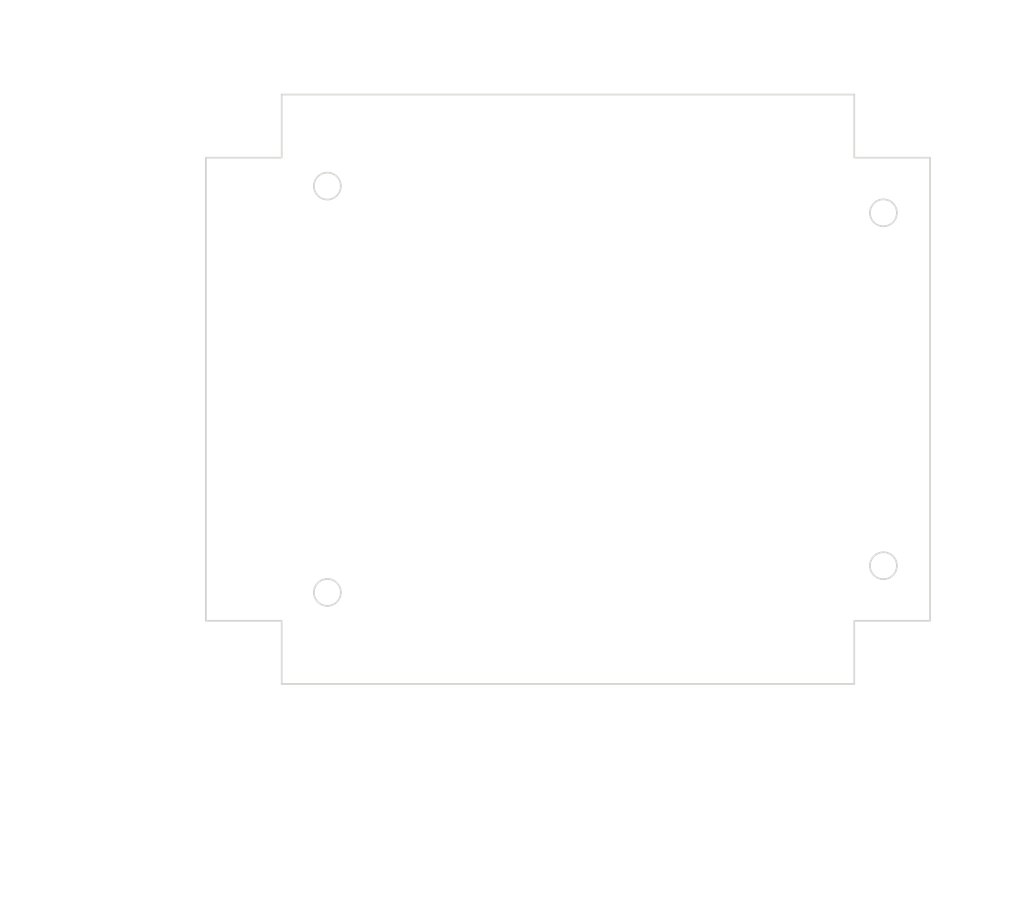
<source format=kicad_pcb>
(kicad_pcb (version 20171130) (host pcbnew "(5.1.0)-1")

  (general
    (thickness 1.6)
    (drawings 69)
    (tracks 0)
    (zones 0)
    (modules 0)
    (nets 1)
  )

  (page A4)
  (layers
    (0 F.Cu signal)
    (31 B.Cu signal)
    (32 B.Adhes user)
    (33 F.Adhes user)
    (34 B.Paste user)
    (35 F.Paste user)
    (36 B.SilkS user)
    (37 F.SilkS user)
    (38 B.Mask user)
    (39 F.Mask user)
    (40 Dwgs.User user)
    (41 Cmts.User user)
    (42 Eco1.User user)
    (43 Eco2.User user)
    (44 Edge.Cuts user)
    (45 Margin user)
    (46 B.CrtYd user)
    (47 F.CrtYd user)
    (48 B.Fab user)
    (49 F.Fab user)
  )

  (setup
    (last_trace_width 0.25)
    (trace_clearance 0.2)
    (zone_clearance 0.508)
    (zone_45_only no)
    (trace_min 0.2)
    (via_size 0.8)
    (via_drill 0.4)
    (via_min_size 0.4)
    (via_min_drill 0.3)
    (uvia_size 0.3)
    (uvia_drill 0.1)
    (uvias_allowed no)
    (uvia_min_size 0.2)
    (uvia_min_drill 0.1)
    (edge_width 0.05)
    (segment_width 0.2)
    (pcb_text_width 0.3)
    (pcb_text_size 1.5 1.5)
    (mod_edge_width 0.12)
    (mod_text_size 1 1)
    (mod_text_width 0.15)
    (pad_size 1.524 1.524)
    (pad_drill 0.762)
    (pad_to_mask_clearance 0.051)
    (solder_mask_min_width 0.25)
    (aux_axis_origin 0 0)
    (visible_elements FFFFFF7F)
    (pcbplotparams
      (layerselection 0x010fc_ffffffff)
      (usegerberextensions false)
      (usegerberattributes false)
      (usegerberadvancedattributes false)
      (creategerberjobfile false)
      (excludeedgelayer true)
      (linewidth 0.152400)
      (plotframeref false)
      (viasonmask false)
      (mode 1)
      (useauxorigin false)
      (hpglpennumber 1)
      (hpglpenspeed 20)
      (hpglpendiameter 15.000000)
      (psnegative false)
      (psa4output false)
      (plotreference true)
      (plotvalue true)
      (plotinvisibletext false)
      (padsonsilk false)
      (subtractmaskfromsilk false)
      (outputformat 1)
      (mirror false)
      (drillshape 1)
      (scaleselection 1)
      (outputdirectory ""))
  )

  (net 0 "")

  (net_class Default "This is the default net class."
    (clearance 0.2)
    (trace_width 0.25)
    (via_dia 0.8)
    (via_drill 0.4)
    (uvia_dia 0.3)
    (uvia_drill 0.1)
  )

  (gr_line (start 107.471525 119.10321) (end 116.471525 119.10321) (layer Edge.Cuts) (width 0.2))
  (gr_line (start 107.471525 64.10321) (end 107.471525 119.10321) (layer Edge.Cuts) (width 0.2))
  (gr_line (start 193.471525 119.10321) (end 193.471525 64.10321) (layer Edge.Cuts) (width 0.2))
  (gr_line (start 184.471525 119.10321) (end 193.471525 119.10321) (layer Edge.Cuts) (width 0.2))
  (gr_line (start 184.471525 126.60321) (end 184.471525 119.10321) (layer Edge.Cuts) (width 0.2))
  (gr_line (start 116.471525 126.60321) (end 184.471525 126.60321) (layer Edge.Cuts) (width 0.2))
  (gr_line (start 116.471525 119.10321) (end 116.471525 126.60321) (layer Edge.Cuts) (width 0.2))
  (gr_circle (center 121.896525 115.73321) (end 123.496525 115.73321) (layer Edge.Cuts) (width 0.2))
  (gr_circle (center 187.936525 112.55821) (end 189.536525 112.55821) (layer Edge.Cuts) (width 0.2))
  (gr_line (start 107.471525 64.10321) (end 116.471525 64.10321) (layer Edge.Cuts) (width 0.2))
  (gr_line (start 184.471525 64.10321) (end 193.471525 64.10321) (layer Edge.Cuts) (width 0.2))
  (gr_line (start 184.471525 56.60321) (end 184.471525 64.10321) (layer Edge.Cuts) (width 0.2))
  (gr_line (start 116.471525 56.60321) (end 184.471525 56.60321) (layer Edge.Cuts) (width 0.2))
  (gr_line (start 116.471525 64.10321) (end 116.471525 56.60321) (layer Edge.Cuts) (width 0.2))
  (gr_circle (center 121.896525 67.47321) (end 123.496525 67.47321) (layer Edge.Cuts) (width 0.2))
  (gr_circle (center 187.936525 70.64821) (end 189.536525 70.64821) (layer Edge.Cuts) (width 0.2))
  (gr_text [.55] (at 199.723254 65.511692) (layer Dwgs.User)
    (effects (font (size 1.7 1.53) (thickness 0.2125)))
  )
  (gr_text " 14.05" (at 199.723254 61.957735) (layer Dwgs.User)
    (effects (font (size 1.7 1.53) (thickness 0.2125)))
  )
  (gr_line (start 199.723254 68.64821) (end 199.723254 67.179666) (layer Dwgs.User) (width 0.2))
  (gr_line (start 199.723254 58.60321) (end 199.723254 60.071753) (layer Dwgs.User) (width 0.2))
  (gr_line (start 188.936525 70.64821) (end 202.898254 70.64821) (layer Dwgs.User) (width 0.2))
  (gr_line (start 185.471525 56.60321) (end 202.898254 56.60321) (layer Dwgs.User) (width 0.2))
  (gr_text [.22] (at 201.336959 53.475947) (layer Dwgs.User)
    (effects (font (size 1.7 1.53) (thickness 0.2125)))
  )
  (gr_text " 5.54" (at 201.336959 49.921991) (layer Dwgs.User)
    (effects (font (size 1.7 1.53) (thickness 0.2125)))
  )
  (gr_line (start 195.471525 51.586486) (end 197.95333 51.586486) (layer Dwgs.User) (width 0.2))
  (gr_line (start 185.936525 51.586486) (end 183.936525 51.586486) (layer Dwgs.User) (width 0.2))
  (gr_line (start 187.936525 69.64821) (end 187.936525 48.411486) (layer Dwgs.User) (width 0.2))
  (gr_line (start 193.471525 63.10321) (end 193.471525 48.411486) (layer Dwgs.User) (width 0.2))
  (gr_text [2.17] (at 92.978921 92.615538) (layer Dwgs.User)
    (effects (font (size 1.7 1.53) (thickness 0.2125)))
  )
  (gr_text " 55.00" (at 92.978921 89.058102) (layer Dwgs.User)
    (effects (font (size 1.7 1.53) (thickness 0.2125)))
  )
  (gr_line (start 92.978921 117.10321) (end 92.978921 94.283512) (layer Dwgs.User) (width 0.2))
  (gr_line (start 92.978921 66.10321) (end 92.978921 87.168641) (layer Dwgs.User) (width 0.2))
  (gr_line (start 106.471525 119.10321) (end 89.803921 119.10321) (layer Dwgs.User) (width 0.2))
  (gr_line (start 106.471525 64.10321) (end 89.803921 64.10321) (layer Dwgs.User) (width 0.2))
  (gr_text [2.68] (at 150.471525 143.170842) (layer Dwgs.User)
    (effects (font (size 1.7 1.53) (thickness 0.2125)))
  )
  (gr_text " 68.00" (at 150.471525 139.613407) (layer Dwgs.User)
    (effects (font (size 1.7 1.53) (thickness 0.2125)))
  )
  (gr_line (start 182.471525 141.281381) (end 154.516136 141.281381) (layer Dwgs.User) (width 0.2))
  (gr_line (start 118.471525 141.281381) (end 146.426913 141.281381) (layer Dwgs.User) (width 0.2))
  (gr_line (start 184.471525 127.60321) (end 184.471525 144.456381) (layer Dwgs.User) (width 0.2))
  (gr_line (start 116.471525 127.60321) (end 116.471525 144.456381) (layer Dwgs.User) (width 0.2))
  (gr_text [2.60] (at 158.556825 50.537671) (layer Dwgs.User)
    (effects (font (size 1.7 1.53) (thickness 0.2125)))
  )
  (gr_text " 66.04" (at 158.556825 46.980235) (layer Dwgs.User)
    (effects (font (size 1.7 1.53) (thickness 0.2125)))
  )
  (gr_line (start 185.936525 48.64821) (end 162.600857 48.64821) (layer Dwgs.User) (width 0.2))
  (gr_line (start 123.896525 48.64821) (end 154.512794 48.64821) (layer Dwgs.User) (width 0.2))
  (gr_line (start 187.936525 69.64821) (end 187.936525 45.47321) (layer Dwgs.User) (width 0.2))
  (gr_line (start 121.896525 66.47321) (end 121.896525 45.47321) (layer Dwgs.User) (width 0.2))
  (gr_text [1.90] (at 101.062535 102.122051) (layer Dwgs.User)
    (effects (font (size 1.7 1.53) (thickness 0.2125)))
  )
  (gr_text 48.26 (at 101.062535 98.15368) (layer Dwgs.User)
    (effects (font (size 1.7 1.53) (thickness 0.2125)))
  )
  (gr_line (start 101.062535 69.47321) (end 101.062535 96.264219) (layer Dwgs.User) (width 0.2))
  (gr_line (start 101.062535 113.73321) (end 101.062535 104.20096) (layer Dwgs.User) (width 0.2))
  (gr_line (start 120.896525 67.47321) (end 97.887535 67.47321) (layer Dwgs.User) (width 0.2))
  (gr_line (start 120.896525 115.73321) (end 97.887535 115.73321) (layer Dwgs.User) (width 0.2))
  (gr_text [2.76] (at 86.752168 105.2173) (layer Dwgs.User)
    (effects (font (size 1.7 1.53) (thickness 0.2125)))
  )
  (gr_text 70.00 (at 86.752168 101.248929) (layer Dwgs.User)
    (effects (font (size 1.7 1.53) (thickness 0.2125)))
  )
  (gr_line (start 86.752168 58.60321) (end 86.752168 99.359468) (layer Dwgs.User) (width 0.2))
  (gr_line (start 86.752168 124.60321) (end 86.752168 107.296209) (layer Dwgs.User) (width 0.2))
  (gr_line (start 115.471525 56.60321) (end 83.577168 56.60321) (layer Dwgs.User) (width 0.2))
  (gr_line (start 115.471525 126.60321) (end 83.577168 126.60321) (layer Dwgs.User) (width 0.2))
  (gr_text [3.39] (at 141.95805 151.492671) (layer Dwgs.User)
    (effects (font (size 1.7 1.53) (thickness 0.2125)))
  )
  (gr_text " 86.00" (at 141.95805 147.935235) (layer Dwgs.User)
    (effects (font (size 1.7 1.53) (thickness 0.2125)))
  )
  (gr_line (start 191.471525 149.60321) (end 146.002661 149.60321) (layer Dwgs.User) (width 0.2))
  (gr_line (start 109.471525 149.60321) (end 137.913439 149.60321) (layer Dwgs.User) (width 0.2))
  (gr_line (start 193.471525 92.60321) (end 193.471525 152.77821) (layer Dwgs.User) (width 0.2))
  (gr_line (start 107.471525 92.60321) (end 107.471525 152.77821) (layer Dwgs.User) (width 0.2))
  (gr_line (start 121.896525 115.82321) (end 121.896525 115.64321) (layer Dwgs.User) (width 0.2))
  (gr_line (start 121.806525 115.73321) (end 121.986525 115.73321) (layer Dwgs.User) (width 0.2))
  (gr_text " ∅3.20\n[∅0.13]" (at 136.728051 131.941251) (layer Dwgs.User)
    (effects (font (size 1.7 1.53) (thickness 0.2125)))
  )
  (gr_line (start 130.191182 131.941251) (end 123.536578 118.937929) (layer Dwgs.User) (width 0.2))
  (gr_line (start 132.191182 131.941251) (end 130.191182 131.941251) (layer Dwgs.User) (width 0.2))

)

</source>
